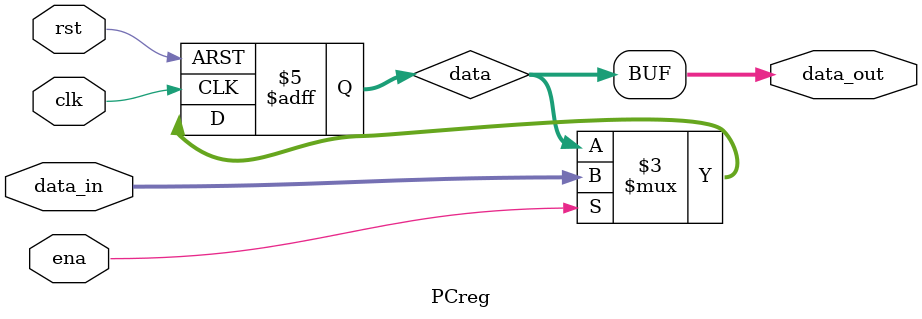
<source format=v>
`timescale 1ns / 1ps


module PCreg(
    input clk,
    input rst,
    input ena,
    input [31:0] data_in,
    output [31:0] data_out
    );
 
reg [31:0] data = 32'b0;

    always @(posedge clk or posedge rst) begin
        if(rst)
            data <= 32'b0;
        else begin
            if(ena) data<= data_in;
        end
    end
    assign data_out = data;
endmodule

</source>
